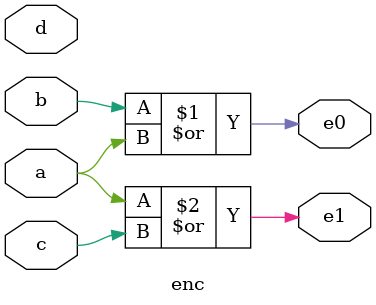
<source format=v>
module enc(a,b,c,d,e0,e1);
  input a,b,c,d;
  output e0,e1;
  assign e0 = b|a;
  assign e1 = a|c;
endmodule

</source>
